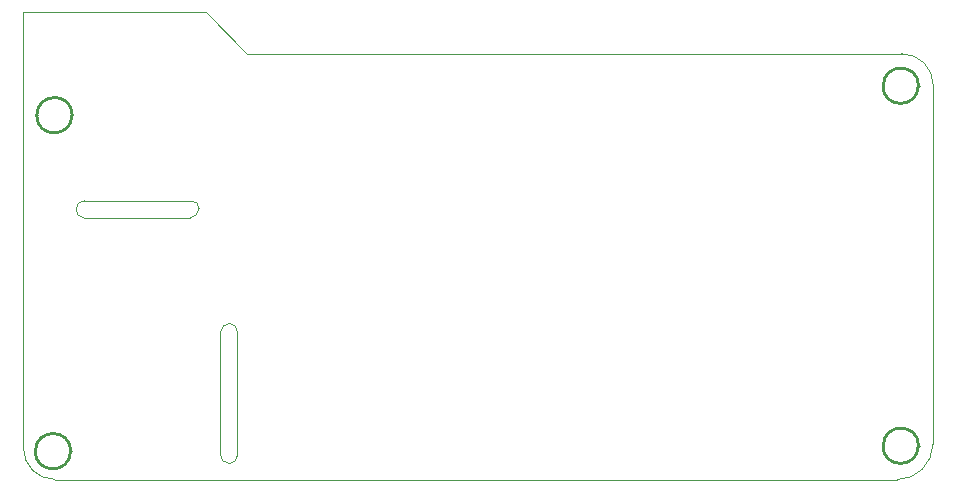
<source format=gko>
%FSTAX23Y23*%
%MOIN*%
%SFA1B1*%

%IPPOS*%
%ADD36C,0.003937*%
%ADD40C,0.010000*%
%LNrw-01-1*%
%LPD*%
G54D36*
X00696Y00071D02*
D01*
D01*
G75*
G03X00722Y00097I0J00026D01*
G74*G01*
X00665Y00101D02*
D01*
D01*
G75*
G03X00696Y00071I00030J-0D01*
G74*G01*
X00697Y00538D02*
D01*
D01*
G75*
G03X00665Y00507I0J-00031D01*
G74*G01*
X00722Y00512D02*
D01*
D01*
G75*
G03X00697Y00538I-00025J0D01*
G74*G01*
X00184Y00917D02*
D01*
D01*
G75*
G03X0021Y0089I00026J0D01*
G74*G01*
X00212Y00947D02*
D01*
D01*
G75*
G03X00184Y00919I0J-00027D01*
G74*G01*
X00564Y0089D02*
D01*
D01*
G75*
G03X00595Y00921I0J00030D01*
G74*G01*
D01*
D01*
G75*
G03X00569Y00947I-00025J-0D01*
G74*G01*
X03042Y01332D02*
D01*
D01*
G75*
G03X02937Y01437I-00105J0D01*
G74*G01*
X02921Y00017D02*
D01*
D01*
G75*
G03X03042Y00137I0J00120D01*
G74*G01*
X00009Y00122D02*
D01*
D01*
G75*
G03X00114Y00017I00104J0D01*
G74*G01*
X00665Y00101D02*
Y00113D01*
X00722Y00097D02*
Y00135D01*
Y00162*
X00665Y00113D02*
Y0016D01*
X00722Y00162D02*
Y00479D01*
X00665Y0016D02*
Y00498D01*
Y00507*
X00722Y00479D02*
Y00512D01*
X00497Y00947D02*
X005D01*
X00184Y00917D02*
Y00919D01*
X00212Y00947D02*
X00497D01*
X0021Y0089D02*
X00444D01*
X00564*
X005Y00947D02*
X00569D01*
X00009Y01575D02*
X00619D01*
X00755Y01437*
X02937*
X03042Y00137D02*
Y01332D01*
X00114Y00017D02*
X02921D01*
X00009Y00122D02*
Y01575D01*
G54D40*
X00172Y01232D02*
D01*
D01*
G75*
G03X00053I-00059J0D01*
G74*G01*
D01*
G75*
G03X00172I00059J0D01*
G74*G01*
X02993Y0013D02*
D01*
D01*
G75*
G03X02874I-00059J0D01*
G74*G01*
D01*
G75*
G03X02993I00059J0D01*
G74*G01*
Y0133D02*
D01*
D01*
G75*
G03X02874I-00059J0D01*
G74*G01*
D01*
G75*
G03X02993I00059J0D01*
G74*G01*
X00167Y00112D02*
D01*
D01*
G75*
G03X00048I-00059J0D01*
G74*G01*
D01*
G75*
G03X00167I00059J0D01*
G74*G01*
M02*
</source>
